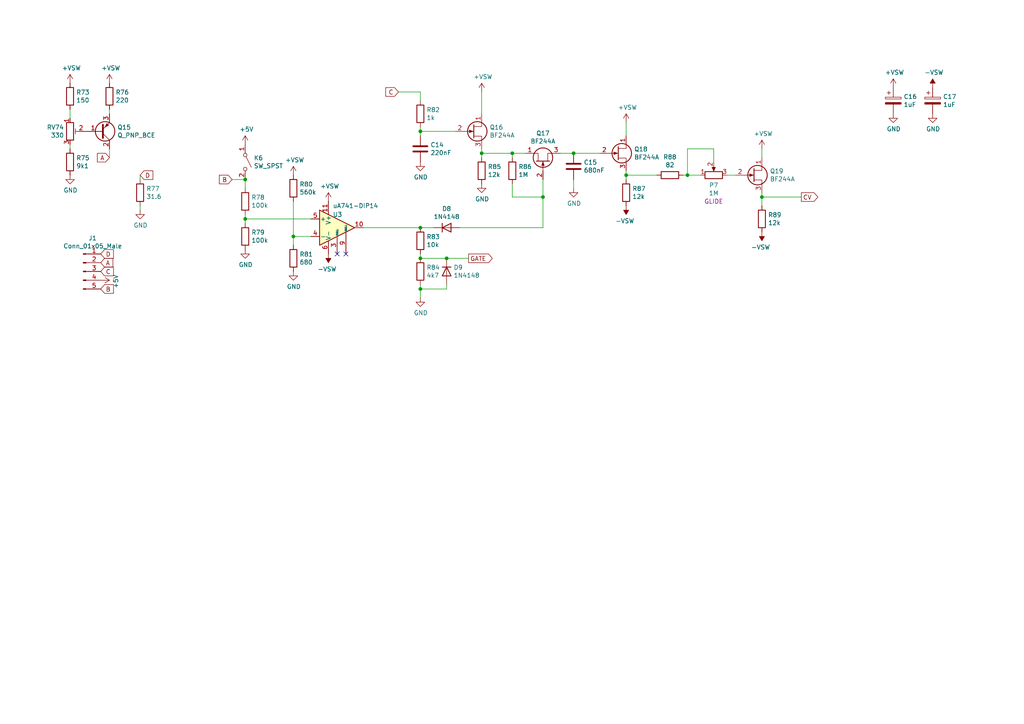
<source format=kicad_sch>
(kicad_sch (version 20230121) (generator eeschema)
  (paper "A4")
  (lib_symbols
    (symbol "Device:C" (pin_numbers hide) (pin_names (offset 0.254))
      (property "Reference" "C" (at 0.635 2.54 0))
      (property "Value" "C" (at 0.635 -2.54 0))
      (symbol "C_0_1"
        (polyline (pts (xy -2.032 -0.762) (xy 2.032 -0.762)) (stroke (width 0.508)))
        (polyline (pts (xy -2.032 0.762) (xy 2.032 0.762)) (stroke (width 0.508)))
      )
      (symbol "C_1_1"
        (pin passive line (at 0 3.81 270) (length 2.794) (name "~") (number "1"))
        (pin passive line (at 0 -3.81 90) (length 2.794) (name "~") (number "2"))
      )
    )
    (symbol "Device:D" (pin_numbers hide) (pin_names (offset 1.016) hide)
      (property "Reference" "D" (at 0 2.54 0))
      (property "Value" "D" (at 0 -2.54 0))
      (symbol "D_0_1"
        (polyline (pts (xy -1.27 1.27) (xy -1.27 -1.27)) (stroke (width 0.254)))
        (polyline (pts (xy 1.27 0) (xy -1.27 0)))
        (polyline (pts (xy 1.27 1.27) (xy 1.27 -1.27) (xy -1.27 0) (xy 1.27 1.27)) (stroke (width 0.254)))
      )
      (symbol "D_1_1"
        (pin passive line (at -3.81 0 0) (length 2.54) (name "K") (number "1"))
        (pin passive line (at 3.81 0 180) (length 2.54) (name "A") (number "2"))
      )
    )
    (symbol "Device:Q_PNP_BCE" (pin_names (offset 0) hide)
      (property "Reference" "Q" (at 5.08 1.27 0))
      (property "Value" "Q_PNP_BCE" (at 5.08 -1.27 0))
      (symbol "Q_PNP_BCE_0_1"
        (polyline (pts (xy 0.635 0.635) (xy 2.54 2.54)))
        (polyline (pts (xy 0.635 -0.635) (xy 2.54 -2.54) (xy 2.54 -2.54)))
        (polyline (pts (xy 0.635 1.905) (xy 0.635 -1.905) (xy 0.635 -1.905)) (stroke (width 0.508)))
        (polyline (pts (xy 2.286 -1.778) (xy 1.778 -2.286) (xy 1.27 -1.27) (xy 2.286 -1.778) (xy 2.286 -1.778)) (fill (type outline)))
        (circle (center 1.27 0) (radius 2.8194) (stroke (width 0.254)))
      )
      (symbol "Q_PNP_BCE_1_1"
        (pin input line (at -5.08 0 0) (length 5.715) (name "B") (number "1"))
        (pin passive line (at 2.54 5.08 270) (length 2.54) (name "C") (number "2"))
        (pin passive line (at 2.54 -5.08 90) (length 2.54) (name "E") (number "3"))
      )
    )
    (symbol "Device:R" (pin_numbers hide) (pin_names (offset 0))
      (property "Reference" "R" (at 2.032 0 90))
      (property "Value" "R" (at 0 0 90))
      (symbol "R_0_1"
        (rectangle (start -1.016 -2.54) (end 1.016 2.54) (stroke (width 0.254)))
      )
      (symbol "R_1_1"
        (pin passive line (at 0 3.81 270) (length 1.27) (name "~") (number "1"))
        (pin passive line (at 0 -3.81 90) (length 1.27) (name "~") (number "2"))
      )
    )
    (symbol "Switch:SW_SPST" (pin_names (offset 0) hide)
      (property "Reference" "SW" (at 0 3.175 0))
      (property "Value" "SW_SPST" (at 0 -2.54 0))
      (symbol "SW_SPST_0_0"
        (circle (center -2.032 0) (radius 0.508))
        (polyline (pts (xy -1.524 0.254) (xy 1.524 1.778)))
        (circle (center 2.032 0) (radius 0.508))
      )
      (symbol "SW_SPST_1_1"
        (pin passive line (at -5.08 0 0) (length 2.54) (name "A") (number "1"))
        (pin passive line (at 5.08 0 180) (length 2.54) (name "B") (number "2"))
      )
    )
    (symbol "Transistor_FET:BF244A" (pin_names hide)
      (property "Reference" "Q" (at 5.08 1.905 0))
      (property "Value" "BF244A" (at 5.08 0 0))
      (symbol "BF244A_0_1"
        (polyline (pts (xy 0.254 0) (xy -2.54 0)))
        (polyline (pts (xy 0.254 1.905) (xy 0.254 -1.905)) (stroke (width 0.254)))
        (polyline (pts (xy 2.54 -2.54) (xy 2.54 -1.397) (xy 0.254 -1.397)))
        (polyline (pts (xy 2.54 2.54) (xy 2.54 1.397) (xy 0.254 1.397)))
        (polyline (pts (xy 0 0) (xy -1.016 0.381) (xy -1.016 -0.381) (xy 0 0)) (fill (type outline)))
        (circle (center 1.27 0) (radius 2.8194) (stroke (width 0.254)))
      )
      (symbol "BF244A_1_1"
        (pin passive line (at 2.54 5.08 270) (length 2.54) (name "D") (number "1"))
        (pin input line (at -5.08 0 0) (length 2.54) (name "G") (number "2"))
        (pin passive line (at 2.54 -5.08 90) (length 2.54) (name "S") (number "3"))
      )
    )
    (symbol "janel-panel-minimoog-rescue:CP-Device" (pin_numbers hide) (pin_names (offset 0.254))
      (property "Reference" "C" (at 0.635 2.54 0))
      (property "Value" "Device_CP" (at 0.635 -2.54 0))
      (symbol "CP-Device_0_1"
        (rectangle (start -2.286 0.508) (end 2.286 1.016))
        (polyline (pts (xy -1.778 2.286) (xy -0.762 2.286)))
        (polyline (pts (xy -1.27 2.794) (xy -1.27 1.778)))
        (rectangle (start 2.286 -0.508) (end -2.286 -1.016) (fill (type outline)))
      )
      (symbol "CP-Device_1_1"
        (pin passive line (at 0 3.81 270) (length 2.794) (name "~") (number "1"))
        (pin passive line (at 0 -3.81 90) (length 2.794) (name "~") (number "2"))
      )
    )
    (symbol "janel-panel-minimoog-rescue:Conn_01x05_Male-Connector" (pin_names (offset 1.016) hide)
      (property "Reference" "J" (at 0 7.62 0))
      (property "Value" "Connector_Conn_01x05_Male" (at 0 -7.62 0))
      (symbol "Conn_01x05_Male-Connector_1_1"
        (polyline (pts (xy 1.27 -5.08) (xy 0.8636 -5.08)) (stroke (width 0.1524)))
        (polyline (pts (xy 1.27 -2.54) (xy 0.8636 -2.54)) (stroke (width 0.1524)))
        (polyline (pts (xy 1.27 0) (xy 0.8636 0)) (stroke (width 0.1524)))
        (polyline (pts (xy 1.27 2.54) (xy 0.8636 2.54)) (stroke (width 0.1524)))
        (polyline (pts (xy 1.27 5.08) (xy 0.8636 5.08)) (stroke (width 0.1524)))
        (rectangle (start 0.8636 -4.953) (end 0 -5.207) (stroke (width 0.1524)) (fill (type outline)))
        (rectangle (start 0.8636 -2.413) (end 0 -2.667) (stroke (width 0.1524)) (fill (type outline)))
        (rectangle (start 0.8636 0.127) (end 0 -0.127) (stroke (width 0.1524)) (fill (type outline)))
        (rectangle (start 0.8636 2.667) (end 0 2.413) (stroke (width 0.1524)) (fill (type outline)))
        (rectangle (start 0.8636 5.207) (end 0 4.953) (stroke (width 0.1524)) (fill (type outline)))
        (pin passive line (at 5.08 5.08 180) (length 3.81) (name "Pin_1") (number "1"))
        (pin passive line (at 5.08 2.54 180) (length 3.81) (name "Pin_2") (number "2"))
        (pin passive line (at 5.08 0 180) (length 3.81) (name "Pin_3") (number "3"))
        (pin passive line (at 5.08 -2.54 180) (length 3.81) (name "Pin_4") (number "4"))
        (pin passive line (at 5.08 -5.08 180) (length 3.81) (name "Pin_5") (number "5"))
      )
    )
    (symbol "janel-panel-minimoog-rescue:R_POT-Device" (pin_names (offset 1.016) hide)
      (property "Reference" "RV" (at -4.445 0 90))
      (property "Value" "Device_R_POT" (at -2.54 0 90))
      (symbol "R_POT-Device_0_1"
        (polyline (pts (xy 2.54 0) (xy 1.524 0)))
        (polyline (pts (xy 1.143 0) (xy 2.286 0.508) (xy 2.286 -0.508) (xy 1.143 0)) (fill (type outline)))
        (rectangle (start 1.016 2.54) (end -1.016 -2.54) (stroke (width 0.254)))
      )
      (symbol "R_POT-Device_1_1"
        (pin passive line (at 0 3.81 270) (length 1.27) (name "1") (number "1"))
        (pin passive line (at 3.81 0 180) (length 1.27) (name "2") (number "2"))
        (pin passive line (at 0 -3.81 90) (length 1.27) (name "3") (number "3"))
      )
    )
    (symbol "janel-panel-minimoog-rescue:R_POT_TRIM-Device" (pin_names (offset 1.016) hide)
      (property "Reference" "RV" (at -4.445 0 90))
      (property "Value" "Device_R_POT_TRIM" (at -2.54 0 90))
      (symbol "R_POT_TRIM-Device_0_1"
        (polyline (pts (xy 1.524 0.762) (xy 1.524 -0.762)))
        (polyline (pts (xy 2.54 0) (xy 1.524 0)))
        (rectangle (start 1.016 2.54) (end -1.016 -2.54) (stroke (width 0.254)))
      )
      (symbol "R_POT_TRIM-Device_1_1"
        (pin passive line (at 0 3.81 270) (length 1.27) (name "1") (number "1"))
        (pin passive line (at 3.81 0 180) (length 1.27) (name "2") (number "2"))
        (pin passive line (at 0 -3.81 90) (length 1.27) (name "3") (number "3"))
      )
    )
    (symbol "janel-panel-minimoog-rescue:uA741-DIP14-Amplifier_Operational" (pin_names (offset 0.127))
      (property "Reference" "U" (at 0 6.35 0))
      (property "Value" "uA741-DIP14-Amplifier_Operational" (at 0 3.81 0))
      (symbol "uA741-DIP14-Amplifier_Operational_0_1"
        (polyline (pts (xy -5.08 5.08) (xy 5.08 0) (xy -5.08 -5.08) (xy -5.08 5.08)) (stroke (width 0.254)) (fill (type background)))
      )
      (symbol "uA741-DIP14-Amplifier_Operational_1_1"
        (pin output line (at 7.62 0 180) (length 2.54) (name "~") (number "10"))
        (pin power_in line (at -2.54 7.62 270) (length 3.81) (name "V+") (number "11"))
        (pin input line (at 0 -7.62 90) (length 5.08) (name "NULL") (number "3"))
        (pin input line (at -7.62 -2.54 0) (length 2.54) (name "-") (number "4"))
        (pin input line (at -7.62 2.54 0) (length 2.54) (name "+") (number "5"))
        (pin power_in line (at -2.54 -7.62 90) (length 3.81) (name "V-") (number "6"))
        (pin no_connect line (at 0 2.54 270) (length 2.54) hide (name "NC") (number "8"))
        (pin input line (at 2.54 -7.62 90) (length 6.35) (name "NULL") (number "9"))
      )
    )
    (symbol "power:+5V" (power) (pin_names (offset 0))
      (property "Value" "+5V" (at 0 3.556 0))
      (symbol "+5V_0_1"
        (polyline (pts (xy -0.762 1.27) (xy 0 2.54)))
        (polyline (pts (xy 0 0) (xy 0 2.54)))
        (polyline (pts (xy 0 2.54) (xy 0.762 1.27)))
      )
      (symbol "+5V_1_1"
        (pin power_in line (at 0 0 90) (length 0) hide (name "+5V") (number "1"))
      )
    )
    (symbol "power:+VSW" (power) (pin_names (offset 0))
      (property "Value" "+VSW" (at 0 3.556 0))
      (symbol "+VSW_0_1"
        (polyline (pts (xy -0.762 1.27) (xy 0 2.54)))
        (polyline (pts (xy 0 0) (xy 0 2.54)))
        (polyline (pts (xy 0 2.54) (xy 0.762 1.27)))
      )
      (symbol "+VSW_1_1"
        (pin power_in line (at 0 0 90) (length 0) hide (name "+VSW") (number "1"))
      )
    )
    (symbol "power:-VSW" (power) (pin_names (offset 0))
      (property "Value" "-VSW" (at 0 3.81 0))
      (symbol "-VSW_0_0"
        (pin power_in line (at 0 0 90) (length 0) hide (name "-VSW") (number "1"))
      )
      (symbol "-VSW_0_1"
        (polyline (pts (xy 0 0) (xy 0 1.27) (xy 0.762 1.27) (xy 0 2.54) (xy -0.762 1.27) (xy 0 1.27)) (fill (type outline)))
      )
    )
    (symbol "power:GND" (power) (pin_names (offset 0))
      (property "Value" "GND" (at 0 -3.81 0))
      (symbol "GND_0_1"
        (polyline (pts (xy 0 0) (xy 0 -1.27) (xy 1.27 -1.27) (xy 0 -2.54) (xy -1.27 -1.27) (xy 0 -1.27)))
      )
      (symbol "GND_1_1"
        (pin power_in line (at 0 0 270) (length 0) hide (name "GND") (number "1"))
      )
    )
  )
  (junction (at 199.39 50.8))
  (junction (at 148.59 44.45))
  (junction (at 129.54 74.93))
  (junction (at 166.37 44.45))
  (junction (at 71.12 52.07))
  (junction (at 121.92 38.1))
  (junction (at 157.48 57.15))
  (junction (at 121.92 83.82))
  (junction (at 71.12 63.5))
  (junction (at 121.92 74.93))
  (junction (at 139.7 44.45))
  (junction (at 181.61 50.8))
  (junction (at 220.98 57.15))
  (junction (at 85.09 68.58))
  (junction (at 121.92 66.04))
  (no_connect (at 100.33 73.66))
  (no_connect (at 97.79 73.66))
  (wire (pts (xy 139.7 45.72) (xy 139.7 44.45)))
  (wire (pts (xy 148.59 57.15) (xy 157.48 57.15)))
  (wire (pts (xy 148.59 44.45) (xy 139.7 44.45)))
  (wire (pts (xy 132.08 38.1) (xy 121.92 38.1)))
  (wire (pts (xy 31.75 45.72) (xy 31.75 43.18)))
  (wire (pts (xy 220.98 43.18) (xy 220.98 45.72)))
  (wire (pts (xy 121.92 29.21) (xy 121.92 26.67)))
  (wire (pts (xy 199.39 50.8) (xy 199.39 43.18)))
  (wire (pts (xy 190.5 50.8) (xy 181.61 50.8)))
  (wire (pts (xy 157.48 57.15) (xy 157.48 52.07)))
  (wire (pts (xy 85.09 58.42) (xy 85.09 68.58)))
  (wire (pts (xy 207.01 43.18) (xy 207.01 46.99)))
  (wire (pts (xy 121.92 38.1) (xy 121.92 39.37)))
  (wire (pts (xy 85.09 71.12) (xy 85.09 68.58)))
  (wire (pts (xy 71.12 62.23) (xy 71.12 63.5)))
  (wire (pts (xy 133.35 66.04) (xy 157.48 66.04)))
  (wire (pts (xy 85.09 68.58) (xy 90.17 68.58)))
  (wire (pts (xy 199.39 43.18) (xy 207.01 43.18)))
  (wire (pts (xy 90.17 63.5) (xy 71.12 63.5)))
  (wire (pts (xy 213.36 50.8) (xy 210.82 50.8)))
  (wire (pts (xy 166.37 44.45) (xy 162.56 44.45)))
  (wire (pts (xy 148.59 45.72) (xy 148.59 44.45)))
  (wire (pts (xy 121.92 83.82) (xy 121.92 86.36)))
  (wire (pts (xy 135.89 74.93) (xy 129.54 74.93)))
  (wire (pts (xy 20.32 41.91) (xy 20.32 43.18)))
  (wire (pts (xy 157.48 66.04) (xy 157.48 57.15)))
  (wire (pts (xy 40.64 52.07) (xy 40.64 50.8)))
  (wire (pts (xy 129.54 82.55) (xy 129.54 83.82)))
  (wire (pts (xy 220.98 57.15) (xy 220.98 55.88)))
  (wire (pts (xy 220.98 57.15) (xy 232.41 57.15)))
  (wire (pts (xy 139.7 26.67) (xy 139.7 33.02)))
  (wire (pts (xy 148.59 44.45) (xy 152.4 44.45)))
  (wire (pts (xy 181.61 52.07) (xy 181.61 50.8)))
  (wire (pts (xy 121.92 82.55) (xy 121.92 83.82)))
  (wire (pts (xy 67.31 52.07) (xy 71.12 52.07)))
  (wire (pts (xy 20.32 34.29) (xy 20.32 31.75)))
  (wire (pts (xy 139.7 44.45) (xy 139.7 43.18)))
  (wire (pts (xy 121.92 73.66) (xy 121.92 74.93)))
  (wire (pts (xy 129.54 74.93) (xy 121.92 74.93)))
  (wire (pts (xy 199.39 50.8) (xy 198.12 50.8)))
  (wire (pts (xy 129.54 83.82) (xy 121.92 83.82)))
  (wire (pts (xy 173.99 44.45) (xy 166.37 44.45)))
  (wire (pts (xy 71.12 63.5) (xy 71.12 64.77)))
  (wire (pts (xy 166.37 54.61) (xy 166.37 52.07)))
  (wire (pts (xy 105.41 66.04) (xy 121.92 66.04)))
  (wire (pts (xy 121.92 26.67) (xy 115.57 26.67)))
  (wire (pts (xy 71.12 54.61) (xy 71.12 52.07)))
  (wire (pts (xy 148.59 53.34) (xy 148.59 57.15)))
  (wire (pts (xy 125.73 66.04) (xy 121.92 66.04)))
  (wire (pts (xy 181.61 35.56) (xy 181.61 39.37)))
  (wire (pts (xy 40.64 59.69) (xy 40.64 60.96)))
  (wire (pts (xy 31.75 31.75) (xy 31.75 33.02)))
  (wire (pts (xy 220.98 59.69) (xy 220.98 57.15)))
  (wire (pts (xy 203.2 50.8) (xy 199.39 50.8)))
  (wire (pts (xy 121.92 36.83) (xy 121.92 38.1)))
  (wire (pts (xy 181.61 50.8) (xy 181.61 49.53)))
  (global_label "B" (shape input) (at 29.21 83.82 0) (property "Intersheetrefs" "${INTERSHEET_REFS}" (effects hide)))
  (global_label "CV" (shape output) (at 232.41 57.15 0) (property "Intersheetrefs" "${INTERSHEET_REFS}" (effects hide)))
  (global_label "D" (shape input) (at 40.64 50.8 0) (property "Intersheetrefs" "${INTERSHEET_REFS}" (effects hide)))
  (global_label "GATE" (shape output) (at 135.89 74.93 0) (property "Intersheetrefs" "${INTERSHEET_REFS}" (effects hide)))
  (global_label "A" (shape input) (at 29.21 76.2 0) (property "Intersheetrefs" "${INTERSHEET_REFS}" (effects hide)))
  (global_label "D" (shape input) (at 29.21 73.66 0) (property "Intersheetrefs" "${INTERSHEET_REFS}" (effects hide)))
  (global_label "C" (shape input) (at 29.21 78.74 0) (property "Intersheetrefs" "${INTERSHEET_REFS}" (effects hide)))
  (global_label "A" (shape input) (at 31.75 45.72 180) (property "Intersheetrefs" "${INTERSHEET_REFS}" (effects hide)))
  (global_label "B" (shape input) (at 67.31 52.07 180) (property "Intersheetrefs" "${INTERSHEET_REFS}" (effects hide)))
  (global_label "C" (shape input) (at 115.57 26.67 180) (property "Intersheetrefs" "${INTERSHEET_REFS}" (effects hide)))
  (symbol (lib_id "power:+VSW") (at 20.32 24.13 0) (unit 1)
    (property "Reference" "#PWR051" (effects hide))
    (property "Value" "+VSW" (at 20.701 19.7358 0))
  )
  (symbol (lib_id "Device:R") (at 20.32 27.94 0) (unit 1)
    (property "Reference" "R73" (at 22.098 26.7716 0) (effects (justify left)))
    (property "Value" "150" (at 22.098 29.083 0) (effects (justify left)))
    (property "Footprint" "Resistor_THT:R_Axial_DIN0207_L6.3mm_D2.5mm_P15.24mm_Horizontal" (effects hide))
  )
  (symbol (lib_id "Device:R") (at 20.32 46.99 0) (unit 1)
    (property "Reference" "R75" (at 22.098 45.8216 0) (effects (justify left)))
    (property "Value" "9k1" (at 22.098 48.133 0) (effects (justify left)))
    (property "Footprint" "Resistor_THT:R_Axial_DIN0207_L6.3mm_D2.5mm_P15.24mm_Horizontal" (effects hide))
  )
  (symbol (lib_id "power:GND") (at 20.32 50.8 0) (unit 1)
    (property "Reference" "#PWR052" (effects hide))
    (property "Value" "GND" (at 20.447 55.1942 0))
  )
  (symbol (lib_id "janel-panel-minimoog-rescue:R_POT_TRIM-Device") (at 20.32 38.1 0) (unit 1)
    (property "Reference" "RV74" (at 18.5674 36.9316 0) (effects (justify right)))
    (property "Value" "330" (at 18.5674 39.243 0) (effects (justify right)))
    (property "Footprint" "Potentiometer_THT:Potentiometer_Bourns_3296W_Vertical" (effects hide))
  )
  (symbol (lib_id "Device:Q_PNP_BCE") (at 29.21 38.1 0) (mirror x) (unit 1)
    (property "Reference" "Q15" (at 34.036 36.9316 0) (effects (justify left)))
    (property "Value" "Q_PNP_BCE" (at 34.036 39.243 0) (effects (justify left)))
    (property "Footprint" "Package_TO_SOT_THT:TO-92L_Inline_Wide" (effects hide))
  )
  (symbol (lib_id "Device:R") (at 31.75 27.94 0) (unit 1)
    (property "Reference" "R76" (at 33.528 26.7716 0) (effects (justify left)))
    (property "Value" "220" (at 33.528 29.083 0) (effects (justify left)))
    (property "Footprint" "Resistor_THT:R_Axial_DIN0207_L6.3mm_D2.5mm_P15.24mm_Horizontal" (effects hide))
  )
  (symbol (lib_id "power:+VSW") (at 31.75 24.13 0) (unit 1)
    (property "Reference" "#PWR053" (effects hide))
    (property "Value" "+VSW" (at 32.131 19.7358 0))
  )
  (symbol (lib_id "janel-panel-minimoog-rescue:CP-Device") (at 259.08 29.21 0) (unit 1)
    (property "Reference" "C16" (at 262.0772 28.0416 0) (effects (justify left)))
    (property "Value" "1uF" (at 262.0772 30.353 0) (effects (justify left)))
    (property "Footprint" "Capacitor_THT:CP_Radial_D6.3mm_P2.50mm" (effects hide))
  )
  (symbol (lib_id "power:+VSW") (at 259.08 25.4 0) (unit 1)
    (property "Reference" "#PWR070" (effects hide))
    (property "Value" "+VSW" (at 259.461 21.0058 0))
  )
  (symbol (lib_id "power:GND") (at 259.08 33.02 0) (unit 1)
    (property "Reference" "#PWR071" (effects hide))
    (property "Value" "GND" (at 259.207 37.4142 0))
  )
  (symbol (lib_id "power:+5V") (at 71.12 41.91 0) (unit 1)
    (property "Reference" "#PWR055" (effects hide))
    (property "Value" "+5V" (at 71.501 37.5158 0))
  )
  (symbol (lib_id "Switch:SW_SPST") (at 71.12 46.99 270) (unit 1)
    (property "Reference" "K6" (at 73.6092 45.8216 90) (effects (justify left)))
    (property "Value" "SW_SPST" (at 73.6092 48.133 90) (effects (justify left)))
    (property "Footprint" "Connector_PinSocket_2.54mm:PinSocket_1x03_P2.54mm_Vertical" (effects hide))
  )
  (symbol (lib_id "Device:R") (at 71.12 58.42 0) (unit 1)
    (property "Reference" "R78" (at 72.898 57.2516 0) (effects (justify left)))
    (property "Value" "100k" (at 72.898 59.563 0) (effects (justify left)))
    (property "Footprint" "Resistor_THT:R_Axial_DIN0207_L6.3mm_D2.5mm_P15.24mm_Horizontal" (effects hide))
  )
  (symbol (lib_id "Device:R") (at 71.12 68.58 0) (unit 1)
    (property "Reference" "R79" (at 72.898 67.4116 0) (effects (justify left)))
    (property "Value" "100k" (at 72.898 69.723 0) (effects (justify left)))
    (property "Footprint" "Resistor_THT:R_Axial_DIN0207_L6.3mm_D2.5mm_P15.24mm_Horizontal" (effects hide))
  )
  (symbol (lib_id "power:GND") (at 71.12 72.39 0) (unit 1)
    (property "Reference" "#PWR056" (effects hide))
    (property "Value" "GND" (at 71.247 76.7842 0))
  )
  (symbol (lib_id "janel-panel-minimoog-rescue:uA741-DIP14-Amplifier_Operational") (at 97.79 66.04 0) (unit 1)
    (property "Reference" "U3" (at 96.52 62.23 0) (effects (justify left)))
    (property "Value" "uA741-DIP14" (at 96.52 59.69 0) (effects (justify left)))
    (property "Footprint" "Package_DIP:DIP-14_W7.62mm_Socket_LongPads" (effects hide))
    (property "Datasheet" "http://www.ti.com/lit/ds/symlink/lm741.pdf" (effects hide))
  )
  (symbol (lib_id "power:+VSW") (at 85.09 50.8 0) (unit 1)
    (property "Reference" "#PWR057" (effects hide))
    (property "Value" "+VSW" (at 85.471 46.4058 0))
  )
  (symbol (lib_id "Device:R") (at 85.09 54.61 0) (unit 1)
    (property "Reference" "R80" (at 86.868 53.4416 0) (effects (justify left)))
    (property "Value" "560k" (at 86.868 55.753 0) (effects (justify left)))
    (property "Footprint" "Resistor_THT:R_Axial_DIN0207_L6.3mm_D2.5mm_P15.24mm_Horizontal" (effects hide))
  )
  (symbol (lib_id "Device:R") (at 85.09 74.93 0) (unit 1)
    (property "Reference" "R81" (at 86.868 73.7616 0) (effects (justify left)))
    (property "Value" "680" (at 86.868 76.073 0) (effects (justify left)))
    (property "Footprint" "Resistor_THT:R_Axial_DIN0207_L6.3mm_D2.5mm_P15.24mm_Horizontal" (effects hide))
  )
  (symbol (lib_id "power:GND") (at 85.09 78.74 0) (unit 1)
    (property "Reference" "#PWR058" (effects hide))
    (property "Value" "GND" (at 85.217 83.1342 0))
  )
  (symbol (lib_id "power:-VSW") (at 95.25 73.66 180) (unit 1)
    (property "Reference" "#PWR060" (effects hide))
    (property "Value" "-VSW" (at 94.869 78.0542 0))
  )
  (symbol (lib_id "power:+VSW") (at 95.25 58.42 0) (unit 1)
    (property "Reference" "#PWR059" (effects hide))
    (property "Value" "+VSW" (at 95.631 54.0258 0))
  )
  (symbol (lib_id "Device:R") (at 121.92 69.85 0) (unit 1)
    (property "Reference" "R83" (at 123.698 68.6816 0) (effects (justify left)))
    (property "Value" "10k" (at 123.698 70.993 0) (effects (justify left)))
    (property "Footprint" "Resistor_THT:R_Axial_DIN0207_L6.3mm_D2.5mm_P15.24mm_Horizontal" (effects hide))
  )
  (symbol (lib_id "Device:R") (at 121.92 78.74 0) (unit 1)
    (property "Reference" "R84" (at 123.698 77.5716 0) (effects (justify left)))
    (property "Value" "4k7" (at 123.698 79.883 0) (effects (justify left)))
    (property "Footprint" "Resistor_THT:R_Axial_DIN0207_L6.3mm_D2.5mm_P15.24mm_Horizontal" (effects hide))
  )
  (symbol (lib_id "power:GND") (at 121.92 86.36 0) (unit 1)
    (property "Reference" "#PWR062" (effects hide))
    (property "Value" "GND" (at 122.047 90.7542 0))
  )
  (symbol (lib_id "Device:D") (at 129.54 78.74 270) (unit 1)
    (property "Reference" "D9" (at 131.5466 77.5716 90) (effects (justify left)))
    (property "Value" "1N4148" (at 131.5466 79.883 90) (effects (justify left)))
    (property "Footprint" "Diode_THT:D_A-405_P10.16mm_Horizontal" (effects hide))
  )
  (symbol (lib_id "Device:D") (at 129.54 66.04 0) (unit 1)
    (property "Reference" "D8" (at 129.54 60.5536 0))
    (property "Value" "1N4148" (at 129.54 62.865 0))
    (property "Footprint" "Diode_THT:D_A-405_P10.16mm_Horizontal" (effects hide))
  )
  (symbol (lib_id "Transistor_FET:BF244A") (at 137.16 38.1 0) (unit 1)
    (property "Reference" "Q16" (at 142.0114 36.9316 0) (effects (justify left)))
    (property "Value" "BF244A" (at 142.0114 39.243 0) (effects (justify left)))
    (property "Footprint" "Package_TO_SOT_THT:TO-92L_Inline_Wide" (effects hide))
    (property "Datasheet" "http://www.fairchildsemi.com/ds/BF/BF244A.pdf" (effects hide))
  )
  (symbol (lib_id "Device:R") (at 121.92 33.02 0) (unit 1)
    (property "Reference" "R82" (at 123.698 31.8516 0) (effects (justify left)))
    (property "Value" "1k" (at 123.698 34.163 0) (effects (justify left)))
    (property "Footprint" "Resistor_THT:R_Axial_DIN0207_L6.3mm_D2.5mm_P15.24mm_Horizontal" (effects hide))
  )
  (symbol (lib_id "Device:C") (at 121.92 43.18 0) (unit 1)
    (property "Reference" "C14" (at 124.841 42.0116 0) (effects (justify left)))
    (property "Value" "220nF" (at 124.841 44.323 0) (effects (justify left)))
    (property "Footprint" "Capacitor_THT:C_Disc_D5.0mm_W2.5mm_P5.00mm" (effects hide))
  )
  (symbol (lib_id "power:GND") (at 121.92 46.99 0) (unit 1)
    (property "Reference" "#PWR061" (effects hide))
    (property "Value" "GND" (at 122.047 51.3842 0))
  )
  (symbol (lib_id "Transistor_FET:BF244A") (at 157.48 46.99 90) (unit 1)
    (property "Reference" "Q17" (at 157.48 38.6588 90))
    (property "Value" "BF244A" (at 157.48 40.9702 90))
    (property "Footprint" "Package_TO_SOT_THT:TO-218-3_Vertical" (effects hide))
    (property "Datasheet" "http://www.fairchildsemi.com/ds/BF/BF244A.pdf" (effects hide))
  )
  (symbol (lib_id "power:+VSW") (at 139.7 26.67 0) (unit 1)
    (property "Reference" "#PWR063" (effects hide))
    (property "Value" "+VSW" (at 140.081 22.2758 0))
  )
  (symbol (lib_id "Device:R") (at 139.7 49.53 0) (unit 1)
    (property "Reference" "R85" (at 141.478 48.3616 0) (effects (justify left)))
    (property "Value" "12k" (at 141.478 50.673 0) (effects (justify left)))
    (property "Footprint" "Resistor_THT:R_Axial_DIN0207_L6.3mm_D2.5mm_P15.24mm_Horizontal" (effects hide))
  )
  (symbol (lib_id "power:GND") (at 139.7 53.34 0) (unit 1)
    (property "Reference" "#PWR064" (effects hide))
    (property "Value" "GND" (at 139.827 57.7342 0))
  )
  (symbol (lib_id "Device:R") (at 148.59 49.53 0) (unit 1)
    (property "Reference" "R86" (at 150.368 48.3616 0) (effects (justify left)))
    (property "Value" "1M" (at 150.368 50.673 0) (effects (justify left)))
    (property "Footprint" "Resistor_THT:R_Axial_DIN0207_L6.3mm_D2.5mm_P15.24mm_Horizontal" (effects hide))
  )
  (symbol (lib_id "Device:C") (at 166.37 48.26 0) (unit 1)
    (property "Reference" "C15" (at 169.291 47.0916 0) (effects (justify left)))
    (property "Value" "680nF" (at 169.291 49.403 0) (effects (justify left)))
    (property "Footprint" "Capacitor_THT:C_Disc_D5.0mm_W2.5mm_P5.00mm" (effects hide))
  )
  (symbol (lib_id "power:GND") (at 166.37 54.61 0) (unit 1)
    (property "Reference" "#PWR065" (effects hide))
    (property "Value" "GND" (at 166.497 59.0042 0))
  )
  (symbol (lib_id "Transistor_FET:BF244A") (at 179.07 44.45 0) (unit 1)
    (property "Reference" "Q18" (at 183.9214 43.2816 0) (effects (justify left)))
    (property "Value" "BF244A" (at 183.9214 45.593 0) (effects (justify left)))
    (property "Footprint" "Package_TO_SOT_THT:TO-218-3_Vertical" (effects hide))
    (property "Datasheet" "http://www.fairchildsemi.com/ds/BF/BF244A.pdf" (effects hide))
  )
  (symbol (lib_id "power:+VSW") (at 181.61 35.56 0) (unit 1)
    (property "Reference" "#PWR066" (effects hide))
    (property "Value" "+VSW" (at 181.991 31.1658 0))
  )
  (symbol (lib_id "janel-panel-minimoog-rescue:CP-Device") (at 270.51 29.21 0) (unit 1)
    (property "Reference" "C17" (at 273.5072 28.0416 0) (effects (justify left)))
    (property "Value" "1uF" (at 273.5072 30.353 0) (effects (justify left)))
    (property "Footprint" "Capacitor_THT:CP_Radial_D6.3mm_P2.50mm" (effects hide))
  )
  (symbol (lib_id "power:GND") (at 270.51 33.02 0) (unit 1)
    (property "Reference" "#PWR073" (effects hide))
    (property "Value" "GND" (at 270.637 37.4142 0))
  )
  (symbol (lib_id "power:-VSW") (at 270.51 25.4 0) (unit 1)
    (property "Reference" "#PWR072" (effects hide))
    (property "Value" "-VSW" (at 270.891 21.0058 0))
  )
  (symbol (lib_id "Device:R") (at 181.61 55.88 0) (unit 1)
    (property "Reference" "R87" (at 183.388 54.7116 0) (effects (justify left)))
    (property "Value" "12k" (at 183.388 57.023 0) (effects (justify left)))
    (property "Footprint" "Resistor_THT:R_Axial_DIN0207_L6.3mm_D2.5mm_P15.24mm_Horizontal" (effects hide))
  )
  (symbol (lib_id "power:-VSW") (at 181.61 59.69 180) (unit 1)
    (property "Reference" "#PWR067" (effects hide))
    (property "Value" "-VSW" (at 181.229 64.0842 0))
  )
  (symbol (lib_id "Device:R") (at 194.31 50.8 270) (unit 1)
    (property "Reference" "R88" (at 194.31 45.5422 90))
    (property "Value" "82" (at 194.31 47.8536 90))
    (property "Footprint" "Resistor_THT:R_Axial_DIN0207_L6.3mm_D2.5mm_P15.24mm_Horizontal" (effects hide))
  )
  (symbol (lib_id "janel-panel-minimoog-rescue:R_POT-Device") (at 207.01 50.8 90) (unit 1)
    (property "Reference" "P7" (at 207.01 53.721 90))
    (property "Value" "1M" (at 207.01 56.0324 90))
    (property "Footprint" "Connector_PinSocket_2.54mm:PinSocket_1x03_P2.54mm_Vertical" (effects hide))
    (property "Label" "GLIDE" (at 207.01 58.42 90))
  )
  (symbol (lib_id "Transistor_FET:BF244A") (at 218.44 50.8 0) (unit 1)
    (property "Reference" "Q19" (at 223.2914 49.6316 0) (effects (justify left)))
    (property "Value" "BF244A" (at 223.2914 51.943 0) (effects (justify left)))
    (property "Footprint" "Package_TO_SOT_THT:TO-92L_Inline_Wide" (effects hide))
    (property "Datasheet" "http://www.fairchildsemi.com/ds/BF/BF244A.pdf" (effects hide))
  )
  (symbol (lib_id "power:+VSW") (at 220.98 43.18 0) (unit 1)
    (property "Reference" "#PWR068" (effects hide))
    (property "Value" "+VSW" (at 221.361 38.7858 0))
  )
  (symbol (lib_id "Device:R") (at 220.98 63.5 0) (unit 1)
    (property "Reference" "R89" (at 222.758 62.3316 0) (effects (justify left)))
    (property "Value" "12k" (at 222.758 64.643 0) (effects (justify left)))
    (property "Footprint" "Resistor_THT:R_Axial_DIN0207_L6.3mm_D2.5mm_P15.24mm_Horizontal" (effects hide))
  )
  (symbol (lib_id "power:-VSW") (at 220.98 67.31 180) (unit 1)
    (property "Reference" "#PWR069" (effects hide))
    (property "Value" "-VSW" (at 220.599 71.7042 0))
  )
  (symbol (lib_id "power:GND") (at 40.64 60.96 0) (unit 1)
    (property "Reference" "#PWR054" (effects hide))
    (property "Value" "GND" (at 40.767 65.3542 0))
  )
  (symbol (lib_id "Device:R") (at 40.64 55.88 0) (unit 1)
    (property "Reference" "R77" (at 42.418 54.7116 0) (effects (justify left)))
    (property "Value" "31.6" (at 42.418 57.023 0) (effects (justify left)))
    (property "Footprint" "Resistor_THT:R_Axial_DIN0207_L6.3mm_D2.5mm_P15.24mm_Horizontal" (effects hide))
  )
  (symbol (lib_id "power:+5V") (at 29.21 81.28 270) (unit 1)
    (property "Reference" "#PWR0129" (effects hide))
    (property "Value" "+5V" (at 33.6042 81.661 0))
  )
  (symbol (lib_id "janel-panel-minimoog-rescue:Conn_01x05_Male-Connector") (at 24.13 78.74 0) (unit 1)
    (property "Reference" "J1" (at 26.8732 69.0626 0))
    (property "Value" "Conn_01x05_Male" (at 26.8732 71.374 0))
    (property "Footprint" "Connector_PinHeader_2.54mm:PinHeader_1x05_P2.54mm_Vertical" (effects hide))
  )
)
</source>
